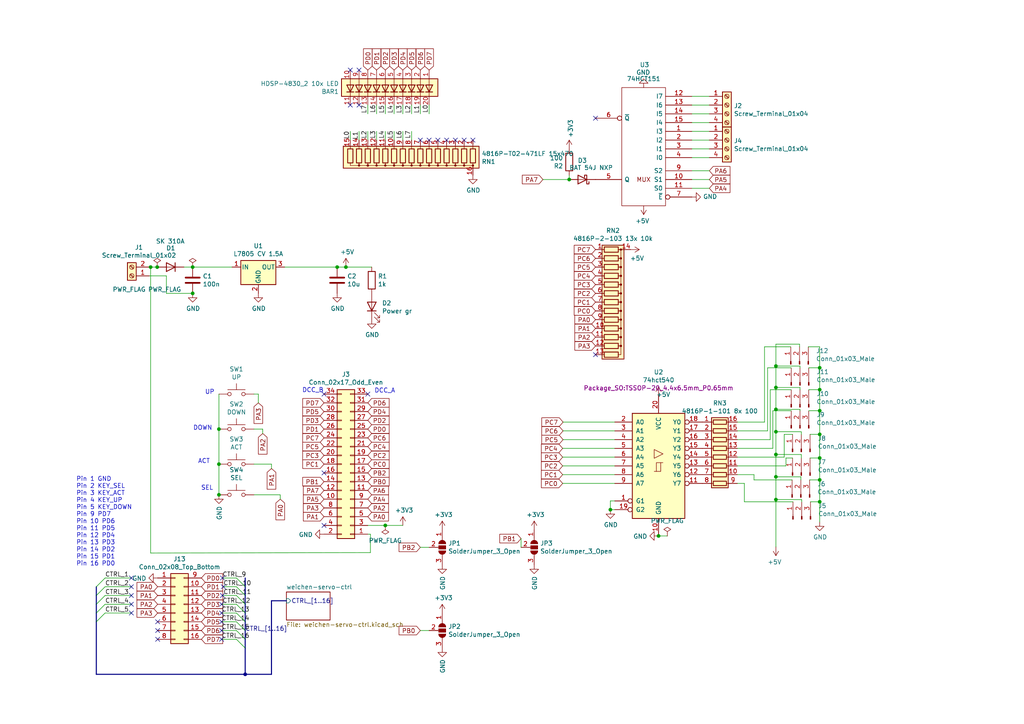
<source format=kicad_sch>
(kicad_sch (version 20211123) (generator eeschema)
  (paper "A4")
  (title_block (title "sboxnet weichenservo") (date "31.08.2019") (rev "1") (company "balagi"))
  (junction (at 237.744 145.542))
  (junction (at 237.744 106.68))
  (junction (at 55.88 77.47))
  (junction (at 71.12 195.58))
  (junction (at 237.744 113.03))
  (junction (at 55.88 85.09))
  (junction (at 237.744 119.126))
  (junction (at 63.5 134.62))
  (junction (at 45.593 77.47))
  (junction (at 237.744 125.984))
  (junction (at 43.688 77.47))
  (junction (at 225.044 112.395))
  (junction (at 225.044 125.222))
  (junction (at 225.044 138.303))
  (junction (at 225.044 118.745))
  (junction (at 177.038 147.828))
  (junction (at 63.5 143.51))
  (junction (at 225.044 144.907))
  (junction (at 237.744 132.842))
  (junction (at 237.744 139.192))
  (junction (at 225.044 131.826))
  (junction (at 165.1 52.07))
  (junction (at 225.044 106.172))
  (junction (at 191.008 155.448))
  (junction (at 63.5 124.46))
  (junction (at 100.33 77.47))
  (junction (at 111.76 152.4))
  (junction (at 97.79 77.47))
  (no_connect (at 93.98 114.3))
  (no_connect (at 38.1 177.8))
  (no_connect (at 64.516 172.72))
  (no_connect (at 104.14 30.48))
  (no_connect (at 93.98 137.16))
  (no_connect (at 64.262 177.8))
  (no_connect (at 64.262 175.26))
  (no_connect (at 45.72 182.88))
  (no_connect (at 101.6 30.48))
  (no_connect (at 38.1 170.18))
  (no_connect (at 38.1 172.72))
  (no_connect (at 64.516 167.64))
  (no_connect (at 93.98 152.4))
  (no_connect (at 124.46 40.64))
  (no_connect (at 172.72 102.87))
  (no_connect (at 127 40.64))
  (no_connect (at 106.68 114.3))
  (no_connect (at 172.72 34.29))
  (no_connect (at 64.262 185.42))
  (no_connect (at 121.92 40.64))
  (no_connect (at 45.72 185.42))
  (no_connect (at 134.62 40.64))
  (no_connect (at 64.262 180.34))
  (no_connect (at 64.77 170.18))
  (no_connect (at 129.54 40.64))
  (no_connect (at 104.14 20.32))
  (no_connect (at 45.72 180.34))
  (no_connect (at 64.262 182.88))
  (no_connect (at 132.08 40.64))
  (no_connect (at 137.16 40.64))
  (no_connect (at 101.6 20.32))
  (no_connect (at 38.1 167.64))
  (no_connect (at 38.1 175.26))
  (bus_entry (at 68.58 182.88) (size 2.54 2.54))
  (bus_entry (at 27.94 180.34) (size 2.54 -2.54))
  (bus_entry (at 68.58 175.26) (size 2.54 2.54))
  (bus_entry (at 68.58 180.34) (size 2.54 2.54))
  (bus_entry (at 68.58 185.42) (size 2.54 2.54))
  (bus_entry (at 68.58 170.18) (size 2.54 2.54))
  (bus_entry (at 27.94 172.72) (size 2.54 -2.54))
  (bus_entry (at 27.94 170.18) (size 2.54 -2.54))
  (bus_entry (at 27.94 175.26) (size 2.54 -2.54))
  (bus_entry (at 27.94 177.8) (size 2.54 -2.54))
  (bus_entry (at 68.58 172.72) (size 2.54 2.54))
  (bus_entry (at 68.58 177.8) (size 2.54 2.54))
  (bus_entry (at 68.58 167.64) (size 2.54 2.54))
  (wire (pts (xy 124.46 30.48) (xy 124.46 33.02)))
  (wire (pts (xy 223.393 113.03) (xy 223.393 127.508)))
  (bus (pts (xy 71.12 170.18) (xy 71.12 172.72)))
  (wire (pts (xy 237.744 119.126) (xy 237.744 113.03)))
  (wire (pts (xy 64.262 185.42) (xy 68.58 185.42)))
  (wire (pts (xy 227.457 132.588) (xy 227.457 125.984)))
  (wire (pts (xy 215.9 145.542) (xy 215.9 140.208)))
  (wire (pts (xy 48.26 85.09) (xy 55.88 85.09)))
  (wire (pts (xy 64.516 167.64) (xy 68.58 167.64)))
  (wire (pts (xy 200.66 38.1) (xy 205.74 38.1)))
  (wire (pts (xy 237.744 125.984) (xy 237.744 119.126)))
  (wire (pts (xy 157.48 52.07) (xy 165.1 52.07)))
  (wire (pts (xy 223.393 127.508) (xy 213.868 127.508)))
  (wire (pts (xy 229.743 139.192) (xy 218.694 139.192)))
  (wire (pts (xy 163.322 127.508) (xy 178.308 127.508)))
  (wire (pts (xy 97.79 77.47) (xy 100.33 77.47)))
  (wire (pts (xy 114.3 30.48) (xy 114.3 33.02)))
  (wire (pts (xy 101.6 38.1) (xy 101.6 40.64)))
  (wire (pts (xy 200.66 40.64) (xy 205.74 40.64)))
  (wire (pts (xy 200.66 45.72) (xy 205.74 45.72)))
  (bus (pts (xy 78.74 195.58) (xy 78.74 174.244)))
  (wire (pts (xy 229.489 113.03) (xy 223.393 113.03)))
  (wire (pts (xy 119.38 30.48) (xy 119.38 33.02)))
  (wire (pts (xy 43.688 77.47) (xy 45.593 77.47)))
  (wire (pts (xy 224.155 130.048) (xy 213.868 130.048)))
  (wire (pts (xy 63.5 134.62) (xy 63.5 143.51)))
  (wire (pts (xy 229.997 145.542) (xy 215.9 145.542)))
  (wire (pts (xy 163.322 124.968) (xy 178.308 124.968)))
  (wire (pts (xy 215.9 140.208) (xy 213.868 140.208)))
  (wire (pts (xy 232.41 131.826) (xy 225.044 131.826)))
  (wire (pts (xy 237.744 106.68) (xy 237.744 100.584)))
  (wire (pts (xy 64.262 177.8) (xy 68.58 177.8)))
  (wire (pts (xy 151.13 156.21) (xy 151.13 158.75)))
  (bus (pts (xy 71.12 182.88) (xy 71.12 185.42)))
  (wire (pts (xy 43.688 160.401) (xy 43.688 77.47)))
  (wire (pts (xy 107.442 154.94) (xy 106.68 154.94)))
  (wire (pts (xy 107.442 160.274) (xy 107.442 154.94)))
  (bus (pts (xy 71.12 187.96) (xy 71.12 195.58)))
  (wire (pts (xy 225.044 99.822) (xy 231.902 99.822)))
  (wire (pts (xy 48.26 80.01) (xy 48.26 85.09)))
  (wire (pts (xy 237.744 106.68) (xy 234.569 106.68)))
  (wire (pts (xy 225.044 131.826) (xy 225.044 138.303)))
  (bus (pts (xy 27.94 177.8) (xy 27.94 180.34)))
  (wire (pts (xy 163.195 132.588) (xy 178.308 132.588)))
  (wire (pts (xy 225.044 118.745) (xy 232.029 118.745)))
  (wire (pts (xy 163.195 137.668) (xy 178.308 137.668)))
  (wire (pts (xy 109.22 30.48) (xy 109.22 33.02)))
  (bus (pts (xy 27.94 175.26) (xy 27.94 177.8)))
  (wire (pts (xy 225.044 138.303) (xy 225.044 144.907)))
  (wire (pts (xy 81.28 144.78) (xy 81.28 143.51)))
  (wire (pts (xy 229.489 119.126) (xy 224.155 119.126)))
  (bus (pts (xy 71.12 172.72) (xy 71.12 175.26)))
  (wire (pts (xy 222.631 106.68) (xy 222.631 124.968)))
  (wire (pts (xy 227.457 125.984) (xy 229.87 125.984)))
  (wire (pts (xy 225.044 125.222) (xy 225.044 131.826)))
  (wire (pts (xy 229.489 106.68) (xy 222.631 106.68)))
  (wire (pts (xy 82.55 77.47) (xy 97.79 77.47)))
  (wire (pts (xy 200.66 54.61) (xy 205.74 54.61)))
  (wire (pts (xy 45.593 77.47) (xy 45.72 77.47)))
  (wire (pts (xy 200.66 43.18) (xy 205.74 43.18)))
  (wire (pts (xy 221.742 122.428) (xy 213.868 122.428)))
  (wire (pts (xy 225.044 106.172) (xy 232.029 106.172)))
  (wire (pts (xy 163.195 140.208) (xy 178.308 140.208)))
  (wire (pts (xy 107.442 160.274) (xy 43.688 160.401)))
  (wire (pts (xy 232.41 125.222) (xy 225.044 125.222)))
  (wire (pts (xy 165.1 50.8) (xy 165.1 52.07)))
  (bus (pts (xy 71.12 195.58) (xy 78.74 195.58)))
  (wire (pts (xy 232.537 144.907) (xy 225.044 144.907)))
  (wire (pts (xy 231.902 99.822) (xy 231.902 100.584)))
  (wire (pts (xy 73.66 134.62) (xy 78.74 134.62)))
  (wire (pts (xy 73.66 114.3) (xy 74.93 114.3)))
  (wire (pts (xy 30.48 175.26) (xy 38.1 175.26)))
  (wire (pts (xy 104.14 38.1) (xy 104.14 40.64)))
  (wire (pts (xy 237.744 119.126) (xy 234.569 119.126)))
  (wire (pts (xy 64.516 172.72) (xy 68.58 172.72)))
  (wire (pts (xy 225.044 125.222) (xy 225.044 118.745)))
  (wire (pts (xy 232.029 118.745) (xy 232.029 119.126)))
  (wire (pts (xy 64.262 175.26) (xy 68.58 175.26)))
  (wire (pts (xy 116.84 30.48) (xy 116.84 33.02)))
  (wire (pts (xy 106.68 152.4) (xy 111.76 152.4)))
  (wire (pts (xy 232.41 125.984) (xy 232.41 125.222)))
  (wire (pts (xy 232.537 145.542) (xy 232.537 144.907)))
  (wire (pts (xy 48.26 80.01) (xy 43.307 80.01)))
  (wire (pts (xy 163.195 135.128) (xy 178.308 135.128)))
  (wire (pts (xy 200.66 35.56) (xy 205.74 35.56)))
  (wire (pts (xy 221.742 100.584) (xy 221.742 122.428)))
  (wire (pts (xy 30.48 172.72) (xy 38.1 172.72)))
  (wire (pts (xy 64.77 170.18) (xy 68.58 170.18)))
  (bus (pts (xy 78.74 174.244) (xy 83.058 174.244)))
  (wire (pts (xy 232.283 138.303) (xy 225.044 138.303)))
  (wire (pts (xy 213.868 132.588) (xy 227.457 132.588)))
  (wire (pts (xy 191.008 155.448) (xy 193.548 155.448)))
  (wire (pts (xy 237.744 132.842) (xy 237.744 125.984)))
  (wire (pts (xy 225.044 112.395) (xy 225.044 106.172)))
  (wire (pts (xy 218.694 137.668) (xy 213.868 137.668)))
  (wire (pts (xy 225.044 112.395) (xy 232.029 112.395)))
  (wire (pts (xy 111.76 40.64) (xy 111.76 38.1)))
  (bus (pts (xy 27.94 195.58) (xy 71.12 195.58)))
  (wire (pts (xy 227.965 135.128) (xy 213.868 135.128)))
  (wire (pts (xy 237.744 139.192) (xy 234.823 139.192)))
  (bus (pts (xy 71.12 177.8) (xy 71.12 180.34)))
  (bus (pts (xy 27.94 180.34) (xy 27.94 195.58)))
  (wire (pts (xy 177.038 147.828) (xy 178.308 147.828)))
  (wire (pts (xy 177.038 145.288) (xy 177.038 147.828)))
  (wire (pts (xy 237.744 132.842) (xy 234.95 132.842)))
  (wire (pts (xy 111.76 152.4) (xy 116.84 152.4)))
  (wire (pts (xy 227.965 132.842) (xy 227.965 135.128)))
  (wire (pts (xy 224.155 119.126) (xy 224.155 130.048)))
  (wire (pts (xy 237.744 100.584) (xy 234.442 100.584)))
  (wire (pts (xy 200.66 49.53) (xy 205.74 49.53)))
  (wire (pts (xy 100.33 77.47) (xy 107.823 77.47)))
  (wire (pts (xy 232.283 139.192) (xy 232.283 138.303)))
  (wire (pts (xy 237.744 113.03) (xy 234.569 113.03)))
  (bus (pts (xy 27.94 170.18) (xy 27.94 172.72)))
  (wire (pts (xy 222.631 124.968) (xy 213.868 124.968)))
  (wire (pts (xy 53.34 77.47) (xy 55.88 77.47)))
  (wire (pts (xy 237.744 139.192) (xy 237.744 132.842)))
  (bus (pts (xy 71.12 167.64) (xy 71.12 170.18)))
  (wire (pts (xy 121.92 30.48) (xy 121.92 33.02)))
  (wire (pts (xy 225.044 144.907) (xy 225.044 158.623)))
  (wire (pts (xy 232.029 106.172) (xy 232.029 106.68)))
  (wire (pts (xy 30.48 170.18) (xy 38.1 170.18)))
  (bus (pts (xy 71.12 185.42) (xy 71.12 187.96)))
  (wire (pts (xy 43.688 77.47) (xy 43.307 77.47)))
  (wire (pts (xy 78.74 135.89) (xy 78.74 134.62)))
  (wire (pts (xy 111.76 30.48) (xy 111.76 33.02)))
  (wire (pts (xy 163.195 130.048) (xy 178.308 130.048)))
  (wire (pts (xy 64.262 180.34) (xy 68.58 180.34)))
  (wire (pts (xy 232.41 132.842) (xy 232.41 131.826)))
  (wire (pts (xy 200.66 52.07) (xy 205.74 52.07)))
  (wire (pts (xy 106.68 40.64) (xy 106.68 38.1)))
  (wire (pts (xy 237.744 151.384) (xy 237.744 145.542)))
  (wire (pts (xy 74.93 116.84) (xy 74.93 114.3)))
  (wire (pts (xy 237.744 145.542) (xy 237.744 139.192)))
  (wire (pts (xy 30.48 167.64) (xy 38.1 167.64)))
  (wire (pts (xy 225.044 106.172) (xy 225.044 99.822)))
  (wire (pts (xy 229.362 100.584) (xy 221.742 100.584)))
  (wire (pts (xy 200.66 27.94) (xy 205.74 27.94)))
  (wire (pts (xy 232.029 112.395) (xy 232.029 113.03)))
  (wire (pts (xy 163.322 122.428) (xy 178.308 122.428)))
  (wire (pts (xy 121.92 158.75) (xy 124.46 158.75)))
  (wire (pts (xy 114.3 40.64) (xy 114.3 38.1)))
  (wire (pts (xy 229.87 132.842) (xy 227.965 132.842)))
  (wire (pts (xy 81.28 143.51) (xy 73.66 143.51)))
  (wire (pts (xy 200.66 33.02) (xy 205.74 33.02)))
  (wire (pts (xy 106.68 30.48) (xy 106.68 33.02)))
  (bus (pts (xy 71.12 180.34) (xy 71.12 182.88)))
  (wire (pts (xy 55.88 77.47) (xy 67.31 77.47)))
  (wire (pts (xy 237.744 145.542) (xy 235.077 145.542)))
  (wire (pts (xy 237.744 113.03) (xy 237.744 106.68)))
  (wire (pts (xy 116.84 40.64) (xy 116.84 38.1)))
  (wire (pts (xy 200.66 30.48) (xy 205.74 30.48)))
  (wire (pts (xy 237.744 125.984) (xy 234.95 125.984)))
  (wire (pts (xy 76.2 125.73) (xy 76.2 124.46)))
  (wire (pts (xy 73.66 124.46) (xy 76.2 124.46)))
  (wire (pts (xy 64.262 182.88) (xy 68.58 182.88)))
  (bus (pts (xy 27.94 172.72) (xy 27.94 175.26)))
  (wire (pts (xy 121.92 182.88) (xy 124.46 182.88)))
  (wire (pts (xy 63.5 124.46) (xy 63.5 134.62)))
  (wire (pts (xy 178.308 145.288) (xy 177.038 145.288)))
  (wire (pts (xy 218.694 139.192) (xy 218.694 137.668)))
  (wire (pts (xy 30.48 177.8) (xy 38.1 177.8)))
  (bus (pts (xy 71.12 175.26) (xy 71.12 177.8)))
  (wire (pts (xy 119.38 40.64) (xy 119.38 38.1)))
  (wire (pts (xy 63.5 114.3) (xy 63.5 124.46)))
  (wire (pts (xy 225.044 118.745) (xy 225.044 112.395)))
  (wire (pts (xy 109.22 40.64) (xy 109.22 38.1)))
  (text "UP" (at 59.436 114.554 0) (effects (font (size 1.27 1.27)) (justify left bottom)))
  (text "DOWN" (at 56.007 124.968 0) (effects (font (size 1.27 1.27)) (justify left bottom)))
  (text "Pin 1 GND\nPin 2 KEY_SEL\nPin 3 KEY_ACT\nPin 4 KEY_UP\nPin 5 KEY_DOWN\nPin 9 PD7\nPin 10 PD6\nPin 11 PD5\nPin 12 PD4\nPin 13 PD3\nPin 14 PD2\nPin 15 PD1\nPin 16 PD0" (at 22.098 164.338 0) (effects (font (size 1.27 1.27)) (justify left bottom)))
  (text "SEL" (at 58.293 142.367 0) (effects (font (size 1.27 1.27)) (justify left bottom)))
  (text "DCC_B" (at 87.63 114.046 0) (effects (font (size 1.27 1.27)) (justify left bottom)))
  (text "DCC_A" (at 108.585 114.173 0) (effects (font (size 1.27 1.27)) (justify left bottom)))
  (text "ACT" (at 57.404 134.62 0) (effects (font (size 1.27 1.27)) (justify left bottom)))
  (label "CTRL_2" (at 30.48 170.18 0))
  (label "L6" (at 116.84 40.259 90))
  (label "CTRL_[1..16]" (at 71.12 183.388 0))
  (label "CTRL_15" (at 64.262 182.88 0))
  (label "L0" (at 101.6 40.386 90))
  (label "L2" (at 119.38 32.893 90))
  (label "L0" (at 124.46 32.766 90))
  (label "CTRL_4" (at 30.48 175.26 0))
  (label "L3" (at 116.84 32.893 90))
  (label "L5" (at 111.76 32.893 90))
  (label "CTRL_5" (at 30.48 177.8 0))
  (label "L7" (at 106.68 32.893 90))
  (label "CTRL_13" (at 64.262 177.8 0))
  (label "L6" (at 109.22 32.766 90))
  (label "L7" (at 119.38 40.259 90))
  (label "L1" (at 104.14 40.513 90))
  (label "L4" (at 111.76 40.259 90))
  (label "CTRL_14" (at 64.262 180.34 0))
  (label "L4" (at 114.3 32.893 90))
  (label "L3" (at 109.22 40.259 90))
  (label "CTRL_9" (at 64.516 167.64 0))
  (label "CTRL_10" (at 64.77 170.18 0))
  (label "CTRL_3" (at 30.48 172.72 0))
  (label "CTRL_11" (at 64.77 172.72 0))
  (label "CTRL_1" (at 30.48 167.64 0))
  (label "L1" (at 121.92 32.893 90))
  (label "L2" (at 106.68 40.259 90))
  (label "L5" (at 114.3 40.259 90))
  (label "CTRL_16" (at 64.262 185.42 0))
  (label "CTRL_12" (at 64.516 175.26 0))
  (global_label "PC2" (shape input) (at 172.72 85.09 180) (property "Referenzen zwischen Schaltplänen" "${INTERSHEET_REFS}" (effects hide)))
  (global_label "PD2" (shape input) (at 106.68 121.92 0) (property "Referenzen zwischen Schaltplänen" "${INTERSHEET_REFS}" (effects hide)))
  (global_label "PB1" (shape input) (at 151.13 156.21 180) (property "Referenzen zwischen Schaltplänen" "${INTERSHEET_REFS}" (effects hide)))
  (global_label "PC6" (shape input) (at 172.72 74.93 180) (property "Referenzen zwischen Schaltplänen" "${INTERSHEET_REFS}" (effects hide)))
  (global_label "PA0" (shape input) (at 172.72 92.71 180) (property "Referenzen zwischen Schaltplänen" "${INTERSHEET_REFS}" (effects hide)))
  (global_label "PA5" (shape input) (at 205.74 52.07 0) (property "Referenzen zwischen Schaltplänen" "${INTERSHEET_REFS}" (effects hide)))
  (global_label "PD1" (shape input) (at 109.22 20.32 90) (property "Referenzen zwischen Schaltplänen" "${INTERSHEET_REFS}" (effects hide)))
  (global_label "PD1" (shape input) (at 93.98 124.46 180) (property "Referenzen zwischen Schaltplänen" "${INTERSHEET_REFS}" (effects hide)))
  (global_label "PD1" (shape input) (at 58.42 170.18 0) (property "Referenzen zwischen Schaltplänen" "${INTERSHEET_REFS}" (effects hide)))
  (global_label "PA1" (shape input) (at 45.72 172.72 180) (property "Referenzen zwischen Schaltplänen" "${INTERSHEET_REFS}" (effects hide)))
  (global_label "PC3" (shape input) (at 93.98 132.08 180) (property "Referenzen zwischen Schaltplänen" "${INTERSHEET_REFS}" (effects hide)))
  (global_label "PD3" (shape input) (at 114.3 20.32 90) (property "Referenzen zwischen Schaltplänen" "${INTERSHEET_REFS}" (effects hide)))
  (global_label "PC2" (shape input) (at 163.195 135.128 180) (property "Referenzen zwischen Schaltplänen" "${INTERSHEET_REFS}" (effects hide)))
  (global_label "PA0" (shape input) (at 45.72 170.18 180) (property "Referenzen zwischen Schaltplänen" "${INTERSHEET_REFS}" (effects hide)))
  (global_label "PC5" (shape input) (at 93.98 129.54 180) (property "Referenzen zwischen Schaltplänen" "${INTERSHEET_REFS}" (effects hide)))
  (global_label "PC7" (shape input) (at 163.322 122.428 180) (property "Referenzen zwischen Schaltplänen" "${INTERSHEET_REFS}" (effects hide)))
  (global_label "PA5" (shape input) (at 93.98 144.78 180) (property "Referenzen zwischen Schaltplänen" "${INTERSHEET_REFS}" (effects hide)))
  (global_label "PD3" (shape input) (at 58.42 175.26 0) (property "Referenzen zwischen Schaltplänen" "${INTERSHEET_REFS}" (effects hide)))
  (global_label "PD5" (shape input) (at 119.38 20.32 90) (property "Referenzen zwischen Schaltplänen" "${INTERSHEET_REFS}" (effects hide)))
  (global_label "PA3" (shape input) (at 172.72 100.33 180) (property "Referenzen zwischen Schaltplänen" "${INTERSHEET_REFS}" (effects hide)))
  (global_label "PD7" (shape input) (at 58.42 185.42 0) (property "Referenzen zwischen Schaltplänen" "${INTERSHEET_REFS}" (effects hide)))
  (global_label "PC1" (shape input) (at 93.98 134.62 180) (property "Referenzen zwischen Schaltplänen" "${INTERSHEET_REFS}" (effects hide)))
  (global_label "PA6" (shape input) (at 205.74 49.53 0) (property "Referenzen zwischen Schaltplänen" "${INTERSHEET_REFS}" (effects hide)))
  (global_label "PD3" (shape input) (at 93.98 121.92 180) (property "Referenzen zwischen Schaltplänen" "${INTERSHEET_REFS}" (effects hide)))
  (global_label "PC3" (shape input) (at 163.195 132.588 180) (property "Referenzen zwischen Schaltplänen" "${INTERSHEET_REFS}" (effects hide)))
  (global_label "PA1" (shape input) (at 93.98 149.86 180) (property "Referenzen zwischen Schaltplänen" "${INTERSHEET_REFS}" (effects hide)))
  (global_label "PD4" (shape input) (at 106.68 119.38 0) (property "Referenzen zwischen Schaltplänen" "${INTERSHEET_REFS}" (effects hide)))
  (global_label "PC6" (shape input) (at 106.68 127 0) (property "Referenzen zwischen Schaltplänen" "${INTERSHEET_REFS}" (effects hide)))
  (global_label "PD0" (shape input) (at 58.42 167.64 0) (property "Referenzen zwischen Schaltplänen" "${INTERSHEET_REFS}" (effects hide)))
  (global_label "PC7" (shape input) (at 172.72 72.39 180) (property "Referenzen zwischen Schaltplänen" "${INTERSHEET_REFS}" (effects hide)))
  (global_label "PD6" (shape input) (at 106.68 116.84 0) (property "Referenzen zwischen Schaltplänen" "${INTERSHEET_REFS}" (effects hide)))
  (global_label "PA7" (shape input) (at 93.98 142.24 180) (property "Referenzen zwischen Schaltplänen" "${INTERSHEET_REFS}" (effects hide)))
  (global_label "PD7" (shape input) (at 124.46 20.32 90) (property "Referenzen zwischen Schaltplänen" "${INTERSHEET_REFS}" (effects hide)))
  (global_label "PA3" (shape input) (at 45.72 177.8 180) (property "Referenzen zwischen Schaltplänen" "${INTERSHEET_REFS}" (effects hide)))
  (global_label "PC7" (shape input) (at 93.98 127 180) (property "Referenzen zwischen Schaltplänen" "${INTERSHEET_REFS}" (effects hide)))
  (global_label "PC5" (shape input) (at 172.72 77.47 180) (property "Referenzen zwischen Schaltplänen" "${INTERSHEET_REFS}" (effects hide)))
  (global_label "PC4" (shape input) (at 106.68 129.54 0) (property "Referenzen zwischen Schaltplänen" "${INTERSHEET_REFS}" (effects hide)))
  (global_label "PA6" (shape input) (at 106.68 142.24 0) (property "Referenzen zwischen Schaltplänen" "${INTERSHEET_REFS}" (effects hide)))
  (global_label "PD4" (shape input) (at 116.84 20.32 90) (property "Referenzen zwischen Schaltplänen" "${INTERSHEET_REFS}" (effects hide)))
  (global_label "PA0" (shape input) (at 81.28 144.78 270) (property "Referenzen zwischen Schaltplänen" "${INTERSHEET_REFS}" (effects hide)))
  (global_label "PC6" (shape input) (at 163.322 124.968 180) (property "Referenzen zwischen Schaltplänen" "${INTERSHEET_REFS}" (effects hide)))
  (global_label "PD5" (shape input) (at 93.98 119.38 180) (property "Referenzen zwischen Schaltplänen" "${INTERSHEET_REFS}" (effects hide)))
  (global_label "PD0" (shape input) (at 106.68 124.46 0) (property "Referenzen zwischen Schaltplänen" "${INTERSHEET_REFS}" (effects hide)))
  (global_label "PC4" (shape input) (at 163.195 130.048 180) (property "Referenzen zwischen Schaltplänen" "${INTERSHEET_REFS}" (effects hide)))
  (global_label "PA4" (shape input) (at 205.74 54.61 0) (property "Referenzen zwischen Schaltplänen" "${INTERSHEET_REFS}" (effects hide)))
  (global_label "PB1" (shape input) (at 93.98 139.7 180) (property "Referenzen zwischen Schaltplänen" "${INTERSHEET_REFS}" (effects hide)))
  (global_label "PA2" (shape input) (at 106.68 147.32 0) (property "Referenzen zwischen Schaltplänen" "${INTERSHEET_REFS}" (effects hide)))
  (global_label "PA2" (shape input) (at 172.72 97.79 180) (property "Referenzen zwischen Schaltplänen" "${INTERSHEET_REFS}" (effects hide)))
  (global_label "PB2" (shape input) (at 106.68 137.16 0) (property "Referenzen zwischen Schaltplänen" "${INTERSHEET_REFS}" (effects hide)))
  (global_label "PC5" (shape input) (at 163.322 127.508 180) (property "Referenzen zwischen Schaltplänen" "${INTERSHEET_REFS}" (effects hide)))
  (global_label "PC2" (shape input) (at 106.68 132.08 0) (property "Referenzen zwischen Schaltplänen" "${INTERSHEET_REFS}" (effects hide)))
  (global_label "PD2" (shape input) (at 111.76 20.32 90) (property "Referenzen zwischen Schaltplänen" "${INTERSHEET_REFS}" (effects hide)))
  (global_label "PA2" (shape input) (at 76.2 125.73 270) (property "Referenzen zwischen Schaltplänen" "${INTERSHEET_REFS}" (effects hide)))
  (global_label "PA1" (shape input) (at 172.72 95.25 180) (property "Referenzen zwischen Schaltplänen" "${INTERSHEET_REFS}" (effects hide)))
  (global_label "PD4" (shape input) (at 58.42 177.8 0) (property "Referenzen zwischen Schaltplänen" "${INTERSHEET_REFS}" (effects hide)))
  (global_label "PA1" (shape input) (at 78.74 135.89 270) (property "Referenzen zwischen Schaltplänen" "${INTERSHEET_REFS}" (effects hide)))
  (global_label "PD2" (shape input) (at 58.42 172.72 0) (property "Referenzen zwischen Schaltplänen" "${INTERSHEET_REFS}" (effects hide)))
  (global_label "PC3" (shape input) (at 172.72 82.55 180) (property "Referenzen zwischen Schaltplänen" "${INTERSHEET_REFS}" (effects hide)))
  (global_label "PB0" (shape input) (at 106.68 139.7 0) (property "Referenzen zwischen Schaltplänen" "${INTERSHEET_REFS}" (effects hide)))
  (global_label "PA3" (shape input) (at 93.98 147.32 180) (property "Referenzen zwischen Schaltplänen" "${INTERSHEET_REFS}" (effects hide)))
  (global_label "PC4" (shape input) (at 172.72 80.01 180) (property "Referenzen zwischen Schaltplänen" "${INTERSHEET_REFS}" (effects hide)))
  (global_label "PC1" (shape input) (at 172.72 87.63 180) (property "Referenzen zwischen Schaltplänen" "${INTERSHEET_REFS}" (effects hide)))
  (global_label "PB0" (shape input) (at 121.92 182.88 180) (property "Referenzen zwischen Schaltplänen" "${INTERSHEET_REFS}" (effects hide)))
  (global_label "PD5" (shape input) (at 58.42 180.34 0) (property "Referenzen zwischen Schaltplänen" "${INTERSHEET_REFS}" (effects hide)))
  (global_label "PD0" (shape input) (at 106.68 20.32 90) (property "Referenzen zwischen Schaltplänen" "${INTERSHEET_REFS}" (effects hide)))
  (global_label "PA2" (shape input) (at 45.72 175.26 180) (property "Referenzen zwischen Schaltplänen" "${INTERSHEET_REFS}" (effects hide)))
  (global_label "PC0" (shape input) (at 172.72 90.17 180) (property "Referenzen zwischen Schaltplänen" "${INTERSHEET_REFS}" (effects hide)))
  (global_label "PC0" (shape input) (at 106.68 134.62 0) (property "Referenzen zwischen Schaltplänen" "${INTERSHEET_REFS}" (effects hide)))
  (global_label "PC1" (shape input) (at 163.195 137.668 180) (property "Referenzen zwischen Schaltplänen" "${INTERSHEET_REFS}" (effects hide)))
  (global_label "PD6" (shape input) (at 58.42 182.88 0) (property "Referenzen zwischen Schaltplänen" "${INTERSHEET_REFS}" (effects hide)))
  (global_label "PD6" (shape input) (at 121.92 20.32 90) (property "Referenzen zwischen Schaltplänen" "${INTERSHEET_REFS}" (effects hide)))
  (global_label "PA3" (shape input) (at 74.93 116.84 270) (property "Referenzen zwischen Schaltplänen" "${INTERSHEET_REFS}" (effects hide)))
  (global_label "PD7" (shape input) (at 93.98 116.84 180) (property "Referenzen zwischen Schaltplänen" "${INTERSHEET_REFS}" (effects hide)))
  (global_label "PA0" (shape input) (at 106.68 149.86 0) (property "Referenzen zwischen Schaltplänen" "${INTERSHEET_REFS}" (effects hide)))
  (global_label "PA4" (shape input) (at 106.68 144.78 0) (property "Referenzen zwischen Schaltplänen" "${INTERSHEET_REFS}" (effects hide)))
  (global_label "PB2" (shape input) (at 121.92 158.75 180) (property "Referenzen zwischen Schaltplänen" "${INTERSHEET_REFS}" (effects hide)))
  (global_label "PA7" (shape input) (at 157.48 52.07 180) (property "Referenzen zwischen Schaltplänen" "${INTERSHEET_REFS}" (effects hide)))
  (global_label "PC0" (shape input) (at 163.195 140.208 180) (property "Referenzen zwischen Schaltplänen" "${INTERSHEET_REFS}" (effects hide)))
  (symbol (lib_id "Device:C") (at 55.88 81.28 0) (unit 1)
    (property "Reference" "C1" (at 58.801 80.1116 0) (effects (justify left)))
    (property "Value" "100n" (at 58.801 82.423 0) (effects (justify left)))
    (property "Footprint" "Capacitor_SMD:C_1206_3216Metric" (effects hide))
  )
  (symbol (lib_id "Connector:Screw_Terminal_01x02") (at 38.227 80.01 180) (unit 1)
    (property "Reference" "J1" (at 40.3098 71.755 0))
    (property "Value" "Screw_Terminal_01x02" (at 40.3098 74.0664 0))
    (property "Footprint" "TerminalBlock:TerminalBlock_Altech_AK300-2_P5.00mm" (effects hide))
  )
  (symbol (lib_id "Device:R") (at 107.823 81.28 0) (unit 1)
    (property "Reference" "R1" (at 109.601 80.1116 0) (effects (justify left)))
    (property "Value" "1k" (at 109.601 82.423 0) (effects (justify left)))
    (property "Footprint" "Resistor_SMD:R_1206_3216Metric_Pad1.42x1.75mm_HandSolder" (effects hide))
  )
  (symbol (lib_id "Device:LED") (at 107.823 88.9 90) (unit 1)
    (property "Reference" "D2" (at 110.7948 87.9094 90) (effects (justify right)))
    (property "Value" "Power gr" (at 110.7948 90.2208 90) (effects (justify right)))
    (property "Footprint" "Resistor_SMD:R_1206_3216Metric_Pad1.42x1.75mm_HandSolder" (effects hide))
  )
  (symbol (lib_id "Connector_Generic:Conn_02x17_Odd_Even") (at 101.6 134.62 180) (unit 1)
    (property "Reference" "J3" (at 100.33 108.585 0))
    (property "Value" "Conn_02x17_Odd_Even" (at 100.33 110.8964 0))
    (property "Footprint" "sboxnet:sboxnet-stecker-2x17" (effects hide))
  )
  (symbol (lib_id "74xx_IEEE:74151") (at 186.69 43.18 180) (unit 1)
    (property "Reference" "U3" (at 186.944 18.796 0))
    (property "Value" "74HCT151" (at 186.69 22.86 0))
    (property "Footprint" "Package_SO:SOIC-16_4.55x10.3mm_P1.27mm" (effects hide))
  )
  (symbol (lib_id "power:+5V") (at 191.008 114.808 0) (unit 1)
    (property "Reference" "#PWR015" (effects hide))
    (property "Value" "+5V" (at 192.405 114.427 0))
  )
  (symbol (lib_id "LED:HDSP-4830_2") (at 114.3 25.4 270) (unit 1)
    (property "Reference" "BAR1" (at 98.298 26.5684 90) (effects (justify right)))
    (property "Value" "HDSP-4830_2 10x LED" (at 98.298 24.257 90) (effects (justify right)))
    (property "Footprint" "Display:HDSP-4830" (effects hide))
    (property "Datasheet" "https://docs.broadcom.com/docs/AV02-1798EN" (effects hide))
  )
  (symbol (lib_id "Device:R_Pack08") (at 208.788 132.588 270) (unit 1)
    (property "Reference" "RN3" (at 208.788 116.9162 90))
    (property "Value" "4816P-1-101 8x 100" (at 208.788 119.2276 90))
    (property "Footprint" "Package_SO:SOIC-16W_5.3x10.2mm_P1.27mm" (effects hide))
  )
  (symbol (lib_id "Connector:Conn_01x03_Male") (at 232.029 124.206 90) (unit 1)
    (property "Reference" "J9" (at 236.8042 120.2944 90) (effects (justify right)))
    (property "Value" "Conn_01x03_Male" (at 236.8042 122.6058 90) (effects (justify right)))
    (property "Footprint" "Connector_PinHeader_2.54mm:PinHeader_1x03_P2.54mm_Vertical" (effects hide))
  )
  (symbol (lib_id "power:GND") (at 107.823 92.71 0) (unit 1)
    (property "Reference" "#PWR0103" (effects hide))
    (property "Value" "GND" (at 107.95 97.1042 0))
  )
  (symbol (lib_id "power:GND") (at 200.66 57.15 90) (unit 1)
    (property "Reference" "#PWR0106" (effects hide))
    (property "Value" "GND" (at 203.9112 57.023 90) (effects (justify right)))
  )
  (symbol (lib_id "power:+5V") (at 225.044 158.623 180) (unit 1)
    (property "Reference" "#PWR017" (effects hide))
    (property "Value" "+5V" (at 224.663 163.0172 0))
  )
  (symbol (lib_id "power:GND") (at 186.69 25.4 180) (unit 1)
    (property "Reference" "#PWR0107" (effects hide))
    (property "Value" "GND" (at 186.563 21.0058 0))
  )
  (symbol (lib_id "power:GND") (at 93.98 154.94 270) (unit 1)
    (property "Reference" "#PWR0108" (effects hide))
    (property "Value" "GND" (at 90.7288 155.067 90) (effects (justify right)))
  )
  (symbol (lib_id "power:GND") (at 177.038 147.828 0) (unit 1)
    (property "Reference" "#PWR0109" (effects hide))
    (property "Value" "GND" (at 177.165 152.2222 0))
  )
  (symbol (lib_id "power:GND") (at 237.744 151.384 0) (unit 1)
    (property "Reference" "#PWR0111" (effects hide))
    (property "Value" "GND" (at 237.871 155.7782 0))
  )
  (symbol (lib_id "Connector:Conn_01x03_Male") (at 232.41 131.064 90) (unit 1)
    (property "Reference" "J8" (at 237.1852 127.1524 90) (effects (justify right)))
    (property "Value" "Conn_01x03_Male" (at 237.1852 129.4638 90) (effects (justify right)))
    (property "Footprint" "Connector_PinHeader_2.54mm:PinHeader_1x03_P2.54mm_Vertical" (effects hide))
  )
  (symbol (lib_id "Connector:Conn_01x03_Male") (at 232.41 137.922 90) (unit 1)
    (property "Reference" "J7" (at 237.1852 134.0104 90) (effects (justify right)))
    (property "Value" "Conn_01x03_Male" (at 237.1852 136.3218 90) (effects (justify right)))
    (property "Footprint" "Connector_PinHeader_2.54mm:PinHeader_1x03_P2.54mm_Vertical" (effects hide))
  )
  (symbol (lib_id "Connector:Conn_01x03_Male") (at 232.283 144.272 90) (unit 1)
    (property "Reference" "J6" (at 237.0582 140.3604 90) (effects (justify right)))
    (property "Value" "Conn_01x03_Male" (at 237.0582 142.6718 90) (effects (justify right)))
    (property "Footprint" "Connector_PinHeader_2.54mm:PinHeader_1x03_P2.54mm_Vertical" (effects hide))
  )
  (symbol (lib_id "Connector:Conn_01x03_Male") (at 232.537 150.622 90) (unit 1)
    (property "Reference" "J5" (at 237.3122 146.7104 90) (effects (justify right)))
    (property "Value" "Conn_01x03_Male" (at 237.3122 149.0218 90) (effects (justify right)))
    (property "Footprint" "Connector_PinHeader_2.54mm:PinHeader_1x03_P2.54mm_Vertical" (effects hide))
  )
  (symbol (lib_id "Connector:Conn_01x03_Male") (at 232.029 118.11 90) (unit 1)
    (property "Reference" "J10" (at 236.8042 114.1984 90) (effects (justify right)))
    (property "Value" "Conn_01x03_Male" (at 236.8042 116.5098 90) (effects (justify right)))
    (property "Footprint" "Connector_PinHeader_2.54mm:PinHeader_1x03_P2.54mm_Vertical" (effects hide))
  )
  (symbol (lib_id "Connector:Conn_01x03_Male") (at 232.029 111.76 90) (unit 1)
    (property "Reference" "J11" (at 236.8042 107.8484 90) (effects (justify right)))
    (property "Value" "Conn_01x03_Male" (at 236.8042 110.1598 90) (effects (justify right)))
    (property "Footprint" "Connector_PinHeader_2.54mm:PinHeader_1x03_P2.54mm_Vertical" (effects hide))
  )
  (symbol (lib_id "Connector:Conn_01x03_Male") (at 231.902 105.664 90) (unit 1)
    (property "Reference" "J12" (at 236.6772 101.7524 90) (effects (justify right)))
    (property "Value" "Conn_01x03_Male" (at 236.6772 104.0638 90) (effects (justify right)))
    (property "Footprint" "Connector_PinHeader_2.54mm:PinHeader_1x03_P2.54mm_Vertical" (effects hide))
  )
  (symbol (lib_id "power:GND") (at 74.93 85.09 0) (unit 1)
    (property "Reference" "#PWR0102" (effects hide))
    (property "Value" "GND" (at 75.057 89.4842 0))
  )
  (symbol (lib_id "power:GND") (at 191.008 155.448 270) (unit 1)
    (property "Reference" "#PWR0110" (effects hide))
    (property "Value" "GND" (at 187.7568 155.575 90) (effects (justify right)))
  )
  (symbol (lib_id "power:+5V") (at 186.69 59.69 180) (unit 1)
    (property "Reference" "#PWR010" (effects hide))
    (property "Value" "+5V" (at 186.309 64.0842 0))
  )
  (symbol (lib_id "Connector:Screw_Terminal_01x04") (at 210.82 30.48 0) (unit 1)
    (property "Reference" "J2" (at 212.852 30.6832 0) (effects (justify left)))
    (property "Value" "Screw_Terminal_01x04" (at 212.852 32.9946 0) (effects (justify left)))
    (property "Footprint" "TerminalBlock_Altech:Altech_AK300_1x04_P5.00mm_45-Degree" (effects hide))
  )
  (symbol (lib_id "Connector:Screw_Terminal_01x04") (at 210.82 40.64 0) (unit 1)
    (property "Reference" "J4" (at 212.852 40.8432 0) (effects (justify left)))
    (property "Value" "Screw_Terminal_01x04" (at 212.852 43.1546 0) (effects (justify left)))
    (property "Footprint" "TerminalBlock_Altech:Altech_AK300_1x04_P5.00mm_45-Degree" (effects hide))
  )
  (symbol (lib_id "Device:D") (at 49.53 77.47 180) (unit 1)
    (property "Reference" "D1" (at 49.53 71.9582 0))
    (property "Value" "SK 310A" (at 49.403 69.977 0))
    (property "Footprint" "Diode_SMD:D_SMA_Handsoldering" (effects hide))
  )
  (symbol (lib_id "power:+5V") (at 182.88 72.39 270) (unit 1)
    (property "Reference" "#PWR0101" (effects hide))
    (property "Value" "+5V" (at 184.785 74.93 90))
  )
  (symbol (lib_id "Device:C") (at 97.79 81.28 0) (unit 1)
    (property "Reference" "C2" (at 100.711 80.1116 0) (effects (justify left)))
    (property "Value" "10u" (at 100.711 82.423 0) (effects (justify left)))
    (property "Footprint" "Capacitor_SMD:C_1206_3216Metric" (effects hide))
  )
  (symbol (lib_id "sboxnet:74hct540") (at 179.578 117.348 0) (unit 1)
    (property "Reference" "U2" (at 191.008 107.9246 0))
    (property "Value" "74hct540" (at 191.008 110.236 0))
    (property "Footprint" "Package_SO:TSSOP-20_4.4x6.5mm_P0.65mm" (at 191.008 112.5474 0))
  )
  (symbol (lib_id "power:GND") (at 128.27 163.83 0) (unit 1)
    (property "Reference" "#PWR0113" (effects hide))
    (property "Value" "GND" (at 128.397 167.0812 90) (effects (justify right)))
  )
  (symbol (lib_id "power:GND") (at 55.88 85.09 0) (unit 1)
    (property "Reference" "#PWR01" (effects hide))
    (property "Value" "GND" (at 56.007 89.4842 0))
  )
  (symbol (lib_id "power:GND") (at 97.79 85.09 0) (unit 1)
    (property "Reference" "#PWR03" (effects hide))
    (property "Value" "GND" (at 97.917 89.4842 0))
  )
  (symbol (lib_id "power:+5V") (at 100.33 77.47 0) (unit 1)
    (property "Reference" "#PWR04" (effects hide))
    (property "Value" "+5V" (at 100.711 73.0758 0))
  )
  (symbol (lib_id "power:PWR_FLAG") (at 45.593 77.47 0) (unit 1)
    (property "Reference" "#FLG01" (effects hide))
    (property "Value" "PWR_FLAG" (at 37.465 83.947 0))
  )
  (symbol (lib_id "Device:D_Schottky") (at 168.91 52.07 180) (unit 1)
    (property "Reference" "D3" (at 168.91 46.5582 0))
    (property "Value" "BAT 54J NXP" (at 171.45 48.641 0))
    (property "Footprint" "Diode_SMD:D_SOD-323_HandSoldering" (effects hide))
  )
  (symbol (lib_id "Device:R") (at 165.1 46.99 180) (unit 1)
    (property "Reference" "R2" (at 163.322 48.1584 0) (effects (justify left)))
    (property "Value" "100" (at 163.322 45.847 0) (effects (justify left)))
    (property "Footprint" "Resistor_SMD:R_1206_3216Metric_Pad1.42x1.75mm_HandSolder" (effects hide))
  )
  (symbol (lib_id "power:+3.3V") (at 165.1 43.18 0) (unit 1)
    (property "Reference" "#PWR0105" (effects hide))
    (property "Value" "+3.3V" (at 165.481 39.9288 90) (effects (justify left)))
  )
  (symbol (lib_id "Switch:SW_Push") (at 68.58 143.51 0) (unit 1)
    (property "Reference" "SW4" (at 68.58 136.271 0))
    (property "Value" "SEL" (at 68.58 138.5824 0))
    (property "Footprint" "sboxnet:JTP-1130" (effects hide))
  )
  (symbol (lib_id "Switch:SW_Push") (at 68.58 134.62 0) (unit 1)
    (property "Reference" "SW3" (at 68.58 127.381 0))
    (property "Value" "ACT" (at 68.58 129.6924 0))
    (property "Footprint" "sboxnet:JTP-1130" (effects hide))
  )
  (symbol (lib_id "Switch:SW_Push") (at 68.58 124.46 0) (unit 1)
    (property "Reference" "SW2" (at 68.58 117.221 0))
    (property "Value" "DOWN" (at 68.58 119.5324 0))
    (property "Footprint" "sboxnet:JTP-1130" (effects hide))
  )
  (symbol (lib_id "Switch:SW_Push") (at 68.58 114.3 0) (unit 1)
    (property "Reference" "SW1" (at 68.58 107.061 0))
    (property "Value" "UP" (at 68.58 109.3724 0))
    (property "Footprint" "sboxnet:JTP-1130" (effects hide))
  )
  (symbol (lib_id "power:GND") (at 63.5 143.51 0) (unit 1)
    (property "Reference" "#PWR0114" (effects hide))
    (property "Value" "GND" (at 63.627 146.7612 90) (effects (justify right)))
  )
  (symbol (lib_id "sboxnet:R_Network15") (at 121.92 45.72 180) (unit 1)
    (property "Reference" "RN1" (at 139.7 46.8884 0) (effects (justify right)))
    (property "Value" "4816P-T02-471LF 15x470" (at 139.7 44.577 0) (effects (justify right)))
    (property "Footprint" "Package_SO:SOIC-16W_5.3x10.2mm_P1.27mm" (effects hide))
  )
  (symbol (lib_id "sboxnet:R_Network13") (at 177.8 87.63 270) (unit 1)
    (property "Reference" "RN2" (at 177.8 66.8782 90))
    (property "Value" "4816P-2-103 13x 10k" (at 177.8 69.1896 90))
    (property "Footprint" "sboxnet:soic-14-8-6" (effects hide))
    (property "Datasheet" "http://www.vishay.com/docs/31509/csc.pdf" (effects hide))
  )
  (symbol (lib_id "Jumper:SolderJumper_3_Open") (at 128.27 158.75 270) (unit 1)
    (property "Reference" "JP1" (at 129.9972 157.5816 90) (effects (justify left)))
    (property "Value" "SolderJumper_3_Open" (at 129.9972 159.893 90) (effects (justify left)))
    (property "Footprint" "Jumper:SolderJumper-3_P1.3mm_Open_RoundedPad1.0x1.5mm" (effects hide))
  )
  (symbol (lib_id "power:+3.3V") (at 128.27 153.67 0) (unit 1)
    (property "Reference" "#PWR0117" (effects hide))
    (property "Value" "+3.3V" (at 128.651 149.2758 0))
  )
  (symbol (lib_id "Jumper:SolderJumper_3_Open") (at 154.94 158.75 270) (unit 1)
    (property "Reference" "JP3" (at 156.6672 157.5816 90) (effects (justify left)))
    (property "Value" "SolderJumper_3_Open" (at 156.6672 159.893 90) (effects (justify left)))
    (property "Footprint" "Jumper:SolderJumper-3_P1.3mm_Open_RoundedPad1.0x1.5mm" (effects hide))
  )
  (symbol (lib_id "power:+3.3V") (at 154.94 153.67 0) (unit 1)
    (property "Reference" "#PWR0118" (effects hide))
    (property "Value" "+3.3V" (at 155.321 149.2758 0))
  )
  (symbol (lib_id "power:GND") (at 154.94 163.83 0) (unit 1)
    (property "Reference" "#PWR0119" (effects hide))
    (property "Value" "GND" (at 155.067 167.0812 90) (effects (justify right)))
  )
  (symbol (lib_id "power:GND") (at 128.27 187.96 0) (unit 1)
    (property "Reference" "#PWR0120" (effects hide))
    (property "Value" "GND" (at 128.397 191.2112 90) (effects (justify right)))
  )
  (symbol (lib_id "Jumper:SolderJumper_3_Open") (at 128.27 182.88 270) (unit 1)
    (property "Reference" "JP2" (at 129.9972 181.7116 90) (effects (justify left)))
    (property "Value" "SolderJumper_3_Open" (at 129.9972 184.023 90) (effects (justify left)))
    (property "Footprint" "Jumper:SolderJumper-3_P1.3mm_Open_RoundedPad1.0x1.5mm" (effects hide))
  )
  (symbol (lib_id "power:+3.3V") (at 128.27 177.8 0) (unit 1)
    (property "Reference" "#PWR0121" (effects hide))
    (property "Value" "+3.3V" (at 128.651 173.4058 0))
  )
  (symbol (lib_id "Connector_Generic:Conn_02x08_Top_Bottom") (at 50.8 175.26 0) (unit 1)
    (property "Reference" "J13" (at 52.07 162.1282 0))
    (property "Value" "Conn_02x08_Top_Bottom" (at 52.07 164.4396 0))
    (property "Footprint" "Connector_PinSocket_2.54mm:PinSocket_2x08_P2.54mm_Vertical" (effects hide))
  )
  (symbol (lib_id "power:PWR_FLAG") (at 193.548 155.448 0) (unit 1)
    (property "Reference" "#FLG0101" (effects hide))
    (property "Value" "PWR_FLAG" (at 193.548 151.0538 0))
  )
  (symbol (lib_id "power:GND") (at 137.16 50.8 0) (unit 1)
    (property "Reference" "#PWR0104" (effects hide))
    (property "Value" "GND" (at 137.287 55.1942 0))
  )
  (symbol (lib_id "power:+3.3V") (at 116.84 152.4 0) (unit 1)
    (property "Reference" "#PWR0116" (effects hide))
    (property "Value" "+3.3V" (at 117.221 148.0058 0))
  )
  (symbol (lib_id "power:PWR_FLAG") (at 111.76 152.4 180) (unit 1)
    (property "Reference" "#FLG0102" (effects hide))
    (property "Value" "PWR_FLAG" (at 111.76 156.7942 0))
  )
  (symbol (lib_id "power:PWR_FLAG") (at 55.88 77.47 0) (unit 1)
    (property "Reference" "#FLG0103" (effects hide))
    (property "Value" "PWR_FLAG" (at 47.752 83.947 0))
  )
  (symbol (lib_id "power:GND") (at 45.72 167.64 270) (unit 1)
    (property "Reference" "#PWR0112" (effects hide))
    (property "Value" "GND" (at 42.4688 167.767 90) (effects (justify right)))
  )
  (symbol (lib_id "Regulator_Linear:L7805") (at 74.93 77.47 0) (unit 1)
    (property "Reference" "U1" (at 74.93 71.3232 0))
    (property "Value" "L7805 CV 1.5A" (at 74.93 73.6346 0))
    (property "Footprint" "Package_TO_SOT_THT:TO-220-3_Vertical" (effects hide))
    (property "Datasheet" "http://www.st.com/content/ccc/resource/technical/document/datasheet/41/4f/b3/b0/12/d4/47/88/CD00000444.pdf/files/CD00000444.pdf/jcr:content/translations/en.CD00000444.pdf" (effects hide))
  )
  (sheet (at 83.058 171.704) (size 12.7 8.128)
    (property "Sheet name" "weichen-servo-ctrl" (at 83.058 170.9924 0) (effects (justify left bottom)))
    (property "Sheet file" "weichen-servo-ctrl.kicad_sch" (at 83.058 180.4166 0) (effects (justify left top)))
    (pin "CTRL_[1..16]" input (at 83.058 174.244 180))
  )
)
</source>
